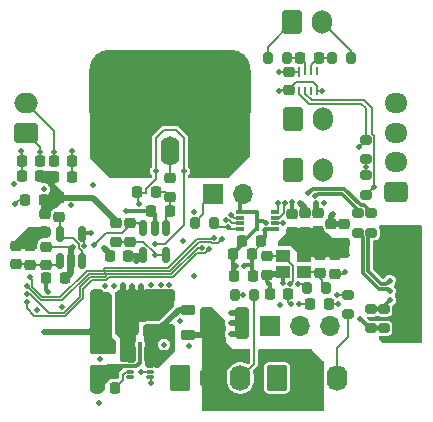
<source format=gbl>
G04 #@! TF.GenerationSoftware,KiCad,Pcbnew,(6.0.7)*
G04 #@! TF.CreationDate,2022-10-27T11:54:22+02:00*
G04 #@! TF.ProjectId,sensorNode,73656e73-6f72-44e6-9f64-652e6b696361,rev?*
G04 #@! TF.SameCoordinates,Original*
G04 #@! TF.FileFunction,Copper,L4,Bot*
G04 #@! TF.FilePolarity,Positive*
%FSLAX46Y46*%
G04 Gerber Fmt 4.6, Leading zero omitted, Abs format (unit mm)*
G04 Created by KiCad (PCBNEW (6.0.7)) date 2022-10-27 11:54:22*
%MOMM*%
%LPD*%
G01*
G04 APERTURE LIST*
G04 Aperture macros list*
%AMRoundRect*
0 Rectangle with rounded corners*
0 $1 Rounding radius*
0 $2 $3 $4 $5 $6 $7 $8 $9 X,Y pos of 4 corners*
0 Add a 4 corners polygon primitive as box body*
4,1,4,$2,$3,$4,$5,$6,$7,$8,$9,$2,$3,0*
0 Add four circle primitives for the rounded corners*
1,1,$1+$1,$2,$3*
1,1,$1+$1,$4,$5*
1,1,$1+$1,$6,$7*
1,1,$1+$1,$8,$9*
0 Add four rect primitives between the rounded corners*
20,1,$1+$1,$2,$3,$4,$5,0*
20,1,$1+$1,$4,$5,$6,$7,0*
20,1,$1+$1,$6,$7,$8,$9,0*
20,1,$1+$1,$8,$9,$2,$3,0*%
G04 Aperture macros list end*
G04 #@! TA.AperFunction,ComponentPad*
%ADD10R,1.700000X1.700000*%
G04 #@! TD*
G04 #@! TA.AperFunction,ComponentPad*
%ADD11O,1.700000X1.700000*%
G04 #@! TD*
G04 #@! TA.AperFunction,ComponentPad*
%ADD12RoundRect,0.250000X-0.600000X-0.750000X0.600000X-0.750000X0.600000X0.750000X-0.600000X0.750000X0*%
G04 #@! TD*
G04 #@! TA.AperFunction,ComponentPad*
%ADD13O,1.700000X2.000000*%
G04 #@! TD*
G04 #@! TA.AperFunction,ComponentPad*
%ADD14RoundRect,0.250000X-0.620000X-0.845000X0.620000X-0.845000X0.620000X0.845000X-0.620000X0.845000X0*%
G04 #@! TD*
G04 #@! TA.AperFunction,ComponentPad*
%ADD15O,1.740000X2.190000*%
G04 #@! TD*
G04 #@! TA.AperFunction,ComponentPad*
%ADD16RoundRect,0.250000X0.750000X-0.600000X0.750000X0.600000X-0.750000X0.600000X-0.750000X-0.600000X0*%
G04 #@! TD*
G04 #@! TA.AperFunction,ComponentPad*
%ADD17O,2.000000X1.700000*%
G04 #@! TD*
G04 #@! TA.AperFunction,ComponentPad*
%ADD18O,1.600000X2.500000*%
G04 #@! TD*
G04 #@! TA.AperFunction,ComponentPad*
%ADD19O,3.500000X7.000000*%
G04 #@! TD*
G04 #@! TA.AperFunction,ComponentPad*
%ADD20O,1.900000X1.050000*%
G04 #@! TD*
G04 #@! TA.AperFunction,ComponentPad*
%ADD21RoundRect,0.250000X0.725000X-0.600000X0.725000X0.600000X-0.725000X0.600000X-0.725000X-0.600000X0*%
G04 #@! TD*
G04 #@! TA.AperFunction,ComponentPad*
%ADD22O,1.950000X1.700000*%
G04 #@! TD*
G04 #@! TA.AperFunction,SMDPad,CuDef*
%ADD23RoundRect,0.218750X-0.256250X0.218750X-0.256250X-0.218750X0.256250X-0.218750X0.256250X0.218750X0*%
G04 #@! TD*
G04 #@! TA.AperFunction,SMDPad,CuDef*
%ADD24RoundRect,0.200000X0.200000X0.275000X-0.200000X0.275000X-0.200000X-0.275000X0.200000X-0.275000X0*%
G04 #@! TD*
G04 #@! TA.AperFunction,SMDPad,CuDef*
%ADD25RoundRect,0.218750X0.218750X0.256250X-0.218750X0.256250X-0.218750X-0.256250X0.218750X-0.256250X0*%
G04 #@! TD*
G04 #@! TA.AperFunction,SMDPad,CuDef*
%ADD26RoundRect,0.225000X-0.250000X0.225000X-0.250000X-0.225000X0.250000X-0.225000X0.250000X0.225000X0*%
G04 #@! TD*
G04 #@! TA.AperFunction,SMDPad,CuDef*
%ADD27RoundRect,0.225000X0.225000X0.250000X-0.225000X0.250000X-0.225000X-0.250000X0.225000X-0.250000X0*%
G04 #@! TD*
G04 #@! TA.AperFunction,SMDPad,CuDef*
%ADD28R,1.150000X1.000000*%
G04 #@! TD*
G04 #@! TA.AperFunction,SMDPad,CuDef*
%ADD29RoundRect,0.200000X0.275000X-0.200000X0.275000X0.200000X-0.275000X0.200000X-0.275000X-0.200000X0*%
G04 #@! TD*
G04 #@! TA.AperFunction,SMDPad,CuDef*
%ADD30RoundRect,0.200000X0.200000X0.525000X-0.200000X0.525000X-0.200000X-0.525000X0.200000X-0.525000X0*%
G04 #@! TD*
G04 #@! TA.AperFunction,SMDPad,CuDef*
%ADD31RoundRect,0.075000X0.225000X0.075000X-0.225000X0.075000X-0.225000X-0.075000X0.225000X-0.075000X0*%
G04 #@! TD*
G04 #@! TA.AperFunction,SMDPad,CuDef*
%ADD32RoundRect,0.075000X0.075000X0.787500X-0.075000X0.787500X-0.075000X-0.787500X0.075000X-0.787500X0*%
G04 #@! TD*
G04 #@! TA.AperFunction,SMDPad,CuDef*
%ADD33RoundRect,0.200000X-0.200000X-0.275000X0.200000X-0.275000X0.200000X0.275000X-0.200000X0.275000X0*%
G04 #@! TD*
G04 #@! TA.AperFunction,SMDPad,CuDef*
%ADD34RoundRect,0.250000X-1.100000X0.325000X-1.100000X-0.325000X1.100000X-0.325000X1.100000X0.325000X0*%
G04 #@! TD*
G04 #@! TA.AperFunction,SMDPad,CuDef*
%ADD35RoundRect,0.225000X0.250000X-0.225000X0.250000X0.225000X-0.250000X0.225000X-0.250000X-0.225000X0*%
G04 #@! TD*
G04 #@! TA.AperFunction,SMDPad,CuDef*
%ADD36RoundRect,0.218750X-0.381250X0.218750X-0.381250X-0.218750X0.381250X-0.218750X0.381250X0.218750X0*%
G04 #@! TD*
G04 #@! TA.AperFunction,SMDPad,CuDef*
%ADD37RoundRect,0.218750X-0.218750X-0.256250X0.218750X-0.256250X0.218750X0.256250X-0.218750X0.256250X0*%
G04 #@! TD*
G04 #@! TA.AperFunction,SMDPad,CuDef*
%ADD38RoundRect,0.218750X0.256250X-0.218750X0.256250X0.218750X-0.256250X0.218750X-0.256250X-0.218750X0*%
G04 #@! TD*
G04 #@! TA.AperFunction,SMDPad,CuDef*
%ADD39RoundRect,0.250000X0.325000X0.650000X-0.325000X0.650000X-0.325000X-0.650000X0.325000X-0.650000X0*%
G04 #@! TD*
G04 #@! TA.AperFunction,SMDPad,CuDef*
%ADD40RoundRect,0.225000X-0.225000X-0.250000X0.225000X-0.250000X0.225000X0.250000X-0.225000X0.250000X0*%
G04 #@! TD*
G04 #@! TA.AperFunction,SMDPad,CuDef*
%ADD41RoundRect,0.150000X0.150000X-0.512500X0.150000X0.512500X-0.150000X0.512500X-0.150000X-0.512500X0*%
G04 #@! TD*
G04 #@! TA.AperFunction,SMDPad,CuDef*
%ADD42RoundRect,0.250000X0.325000X1.100000X-0.325000X1.100000X-0.325000X-1.100000X0.325000X-1.100000X0*%
G04 #@! TD*
G04 #@! TA.AperFunction,SMDPad,CuDef*
%ADD43RoundRect,0.250000X0.850000X-0.375000X0.850000X0.375000X-0.850000X0.375000X-0.850000X-0.375000X0*%
G04 #@! TD*
G04 #@! TA.AperFunction,SMDPad,CuDef*
%ADD44RoundRect,0.150000X-0.150000X0.512500X-0.150000X-0.512500X0.150000X-0.512500X0.150000X0.512500X0*%
G04 #@! TD*
G04 #@! TA.AperFunction,SMDPad,CuDef*
%ADD45R,0.750000X0.300000*%
G04 #@! TD*
G04 #@! TA.AperFunction,SMDPad,CuDef*
%ADD46R,0.300000X1.700000*%
G04 #@! TD*
G04 #@! TA.AperFunction,SMDPad,CuDef*
%ADD47RoundRect,0.200000X-0.275000X0.200000X-0.275000X-0.200000X0.275000X-0.200000X0.275000X0.200000X0*%
G04 #@! TD*
G04 #@! TA.AperFunction,SMDPad,CuDef*
%ADD48RoundRect,0.062500X-0.062500X0.337500X-0.062500X-0.337500X0.062500X-0.337500X0.062500X0.337500X0*%
G04 #@! TD*
G04 #@! TA.AperFunction,SMDPad,CuDef*
%ADD49RoundRect,0.062500X-0.062500X0.287500X-0.062500X-0.287500X0.062500X-0.287500X0.062500X0.287500X0*%
G04 #@! TD*
G04 #@! TA.AperFunction,ViaPad*
%ADD50C,0.500000*%
G04 #@! TD*
G04 #@! TA.AperFunction,Conductor*
%ADD51C,0.127000*%
G04 #@! TD*
G04 #@! TA.AperFunction,Conductor*
%ADD52C,0.500000*%
G04 #@! TD*
G04 #@! TA.AperFunction,Conductor*
%ADD53C,0.300000*%
G04 #@! TD*
G04 #@! TA.AperFunction,Conductor*
%ADD54C,0.200000*%
G04 #@! TD*
G04 APERTURE END LIST*
D10*
X232360000Y-117500000D03*
D11*
X234900000Y-117500000D03*
X237440000Y-117500000D03*
D12*
X234250000Y-91800000D03*
D13*
X236750000Y-91800000D03*
D12*
X234350000Y-100000000D03*
D13*
X236850000Y-100000000D03*
D10*
X227550000Y-106375000D03*
D11*
X230090000Y-106375000D03*
D14*
X232960000Y-121920000D03*
D15*
X235500000Y-121920000D03*
X238040000Y-121920000D03*
D16*
X211700000Y-101150000D03*
D17*
X211700000Y-98650000D03*
D18*
X223900000Y-102700000D03*
D19*
X228980000Y-97620000D03*
D18*
X221360000Y-102700000D03*
D19*
X218820000Y-97620000D03*
D12*
X234350000Y-104300000D03*
D13*
X236850000Y-104300000D03*
D14*
X224760000Y-121920000D03*
D15*
X227300000Y-121920000D03*
X229840000Y-121920000D03*
D20*
X244000000Y-117575000D03*
X244000000Y-110425000D03*
D21*
X243000000Y-106150000D03*
D22*
X243000000Y-103650000D03*
X243000000Y-101150000D03*
X243000000Y-98650000D03*
D23*
X213400000Y-110812500D03*
X213400000Y-112387500D03*
D24*
X239225000Y-94800000D03*
X237575000Y-94800000D03*
D25*
X215612500Y-103600000D03*
X214037500Y-103600000D03*
D23*
X223882024Y-105012500D03*
X223882024Y-106587500D03*
D26*
X238650000Y-108925000D03*
X238650000Y-110475000D03*
D27*
X214975000Y-113500000D03*
X213425000Y-113500000D03*
D28*
X233450000Y-111600000D03*
X235200000Y-111600000D03*
X235200000Y-113000000D03*
X233450000Y-113000000D03*
D29*
X240900000Y-117725000D03*
X240900000Y-116075000D03*
D24*
X231025000Y-114900000D03*
X229375000Y-114900000D03*
D29*
X240950000Y-109625000D03*
X240950000Y-107975000D03*
D26*
X232125000Y-111625000D03*
X232125000Y-113175000D03*
D30*
X222100000Y-119900000D03*
D31*
X222200000Y-120950000D03*
X222200000Y-121400000D03*
X222200000Y-121850000D03*
X220500000Y-121850000D03*
X220500000Y-121400000D03*
X220500000Y-120950000D03*
D30*
X220600000Y-119900000D03*
D32*
X221350000Y-119762500D03*
D33*
X235475000Y-114300000D03*
X237125000Y-114300000D03*
D26*
X237550000Y-108925000D03*
X237550000Y-110475000D03*
D23*
X214525000Y-106687500D03*
X214525000Y-108262500D03*
D26*
X234000000Y-96025000D03*
X234000000Y-97575000D03*
D34*
X223000000Y-115025000D03*
X223000000Y-117975000D03*
D29*
X242000000Y-117725000D03*
X242000000Y-116075000D03*
D25*
X212912500Y-104800000D03*
X211337500Y-104800000D03*
D35*
X237825000Y-113100000D03*
X237825000Y-111550000D03*
D36*
X225400000Y-116137500D03*
X225400000Y-118262500D03*
D37*
X214037500Y-104900000D03*
X215612500Y-104900000D03*
D25*
X222687500Y-106200000D03*
X221112500Y-106200000D03*
D29*
X240500000Y-103425000D03*
X240500000Y-101775000D03*
D24*
X227625000Y-108800000D03*
X225975000Y-108800000D03*
D27*
X233900000Y-114800000D03*
X232350000Y-114800000D03*
D38*
X220500000Y-110387500D03*
X220500000Y-108812500D03*
D29*
X239850000Y-109625000D03*
X239850000Y-107975000D03*
D39*
X220675000Y-115350000D03*
X217725000Y-115350000D03*
X220675000Y-117450000D03*
X217725000Y-117450000D03*
D38*
X212050000Y-112337500D03*
X212050000Y-110762500D03*
D40*
X235775000Y-115700000D03*
X237325000Y-115700000D03*
D41*
X216475000Y-112000000D03*
X215525000Y-112000000D03*
X214575000Y-112000000D03*
X214575000Y-109725000D03*
X216475000Y-109725000D03*
D27*
X230800000Y-111400000D03*
X229250000Y-111400000D03*
D42*
X229975000Y-117300000D03*
X227025000Y-117300000D03*
D33*
X232175000Y-94800000D03*
X233825000Y-94800000D03*
D26*
X213325000Y-108012500D03*
X213325000Y-109562500D03*
X234225000Y-108025000D03*
X234225000Y-109575000D03*
D40*
X234925000Y-94800000D03*
X236475000Y-94800000D03*
D27*
X231575000Y-110300000D03*
X230025000Y-110300000D03*
D25*
X213187500Y-106900000D03*
X211612500Y-106900000D03*
D27*
X223857024Y-107800000D03*
X222307024Y-107800000D03*
D43*
X218200000Y-121425000D03*
X218200000Y-119275000D03*
D44*
X221632024Y-109262500D03*
X222582024Y-109262500D03*
X223532024Y-109262500D03*
X223532024Y-111537500D03*
X221632024Y-111537500D03*
D35*
X210850000Y-112312500D03*
X210850000Y-110762500D03*
D26*
X235325000Y-108000000D03*
X235325000Y-109550000D03*
D35*
X236625000Y-113075000D03*
X236625000Y-111525000D03*
D26*
X236425000Y-107975000D03*
X236425000Y-109525000D03*
D23*
X219300000Y-108812500D03*
X219300000Y-110387500D03*
D29*
X239000000Y-116525000D03*
X239000000Y-114875000D03*
D25*
X212912500Y-103600000D03*
X211337500Y-103600000D03*
D27*
X230900000Y-113300000D03*
X229350000Y-113300000D03*
D45*
X229850000Y-109350000D03*
X229850000Y-108850000D03*
X229850000Y-108350000D03*
X229850000Y-107850000D03*
X232750000Y-107850000D03*
X232750000Y-108350000D03*
X232750000Y-108850000D03*
X232750000Y-109350000D03*
D46*
X231300000Y-108600000D03*
D27*
X220375000Y-111600000D03*
X218825000Y-111600000D03*
D47*
X240500000Y-104775000D03*
X240500000Y-106425000D03*
D48*
X234850000Y-96000000D03*
D49*
X235350000Y-95950000D03*
X235850000Y-95950000D03*
X236350000Y-95950000D03*
X236350000Y-97650000D03*
X235850000Y-97650000D03*
X235350000Y-97650000D03*
X234850000Y-97650000D03*
D40*
X217725000Y-122750000D03*
X219275000Y-122750000D03*
D50*
X234047174Y-113948500D03*
X238150000Y-115700000D03*
X223400000Y-119100000D03*
X225500000Y-119200000D03*
X238900000Y-111550000D03*
X219900000Y-114100000D03*
X213600000Y-114665500D03*
X216650000Y-110750000D03*
X229050000Y-118200000D03*
X232300000Y-114000000D03*
X212400000Y-109600000D03*
X218300000Y-110900000D03*
X210714016Y-105492728D03*
X234200000Y-110500000D03*
X233200000Y-115750000D03*
X222950000Y-116100000D03*
X222900000Y-116800000D03*
X236800000Y-97600000D03*
X212650000Y-116150000D03*
X236350000Y-110650000D03*
X219500000Y-118050000D03*
X220675000Y-114123500D03*
X219500000Y-117300000D03*
X233100000Y-97600000D03*
X217200000Y-109700000D03*
X217400000Y-105600000D03*
X223600000Y-116100000D03*
X235200000Y-110500000D03*
X231998498Y-108800000D03*
X215500000Y-107300000D03*
X222300000Y-116100000D03*
X229050000Y-117300000D03*
X233425000Y-113875000D03*
X225950000Y-113300000D03*
X225000000Y-110300000D03*
X217900000Y-124050000D03*
X233300000Y-110500000D03*
X218000000Y-120350000D03*
X221450000Y-114123500D03*
X214750000Y-115950000D03*
X229500000Y-112448500D03*
X220200000Y-107800000D03*
X229050000Y-116400000D03*
X224700000Y-117100000D03*
X236900000Y-107150000D03*
X234879509Y-107100000D03*
X231900000Y-109426503D03*
X218650000Y-117400000D03*
X238700000Y-113000000D03*
X234100000Y-115700000D03*
X230200000Y-112440000D03*
X213250000Y-118050000D03*
X218650000Y-116614000D03*
X218650000Y-118250000D03*
X240500000Y-104090000D03*
X233100000Y-96000000D03*
X237700000Y-108050000D03*
X218650000Y-115750000D03*
X234800000Y-115700000D03*
X236265000Y-107155379D03*
X234254847Y-107052017D03*
X222300000Y-122400000D03*
X221450000Y-121450000D03*
X225900000Y-107900000D03*
X218409275Y-114186751D03*
X221050000Y-112050000D03*
X223850000Y-114073500D03*
X215680714Y-110825204D03*
X223100000Y-114073500D03*
X213248500Y-105950000D03*
X219150000Y-114150000D03*
X222300000Y-114073500D03*
X212912500Y-102800000D03*
X217400000Y-106700000D03*
X214037500Y-102800000D03*
X240000000Y-116900000D03*
X242546006Y-115321792D03*
X242500000Y-114600000D03*
X242500000Y-113700000D03*
X234750000Y-113950000D03*
X235600000Y-106300000D03*
X236181693Y-106532677D03*
X228800000Y-109160000D03*
X230100000Y-114900000D03*
X238000000Y-114900000D03*
X239900000Y-102350000D03*
X241200000Y-105725000D03*
X228600000Y-108550000D03*
X229050000Y-108100000D03*
X233000000Y-107100000D03*
X233626503Y-107100000D03*
X233500000Y-108800000D03*
X215600000Y-102700000D03*
X211300000Y-102700000D03*
X211800000Y-114800000D03*
X226611127Y-110894000D03*
X227232301Y-110975524D03*
X211800000Y-115500000D03*
X212000000Y-113400000D03*
X227600000Y-110100000D03*
X228300000Y-110200000D03*
X211800000Y-114173497D03*
X210800000Y-107200000D03*
X222600000Y-110600000D03*
X225100000Y-104400000D03*
X221300000Y-107200000D03*
X222700000Y-104400000D03*
X222600000Y-111500000D03*
X217500000Y-110700000D03*
D51*
X232125000Y-111625000D02*
X232150000Y-111600000D01*
X234300000Y-113695674D02*
X234300000Y-112450000D01*
X232150000Y-111600000D02*
X233450000Y-111600000D01*
X234047174Y-113948500D02*
X234300000Y-113695674D01*
X234300000Y-112450000D02*
X233450000Y-111600000D01*
D52*
X222000000Y-115500000D02*
X222475000Y-115025000D01*
D53*
X231300000Y-107850000D02*
X231300000Y-108600000D01*
D52*
X223000000Y-115500000D02*
X223000000Y-115025000D01*
D53*
X216475000Y-109725000D02*
X216500000Y-109700000D01*
D52*
X220600000Y-119900000D02*
X220600000Y-118450000D01*
D53*
X236625000Y-110925000D02*
X236350000Y-110650000D01*
D51*
X237775000Y-111600000D02*
X237825000Y-111550000D01*
D52*
X229975000Y-117300000D02*
X229050000Y-117300000D01*
D53*
X233300000Y-110500000D02*
X234225000Y-109575000D01*
X236375000Y-109575000D02*
X236425000Y-109525000D01*
X229850000Y-106615000D02*
X230090000Y-106375000D01*
D51*
X234000000Y-97500000D02*
X234000000Y-97575000D01*
D52*
X237825000Y-110750000D02*
X237550000Y-110475000D01*
X219000000Y-111600000D02*
X218300000Y-110900000D01*
X229975000Y-117300000D02*
X229950000Y-117300000D01*
X220675000Y-114175000D02*
X220675000Y-115350000D01*
D53*
X235200000Y-111600000D02*
X235200000Y-110500000D01*
D52*
X221000000Y-115025000D02*
X220675000Y-115350000D01*
D53*
X229850000Y-107850000D02*
X231300000Y-107850000D01*
D52*
X229950000Y-116400000D02*
X229050000Y-116400000D01*
D51*
X236750000Y-97650000D02*
X236800000Y-97600000D01*
X233100000Y-97600000D02*
X233125000Y-97575000D01*
D54*
X213325000Y-109562500D02*
X212437500Y-109562500D01*
D53*
X213425000Y-114490500D02*
X213600000Y-114665500D01*
X230025000Y-110625000D02*
X229250000Y-111400000D01*
D52*
X219900000Y-114575000D02*
X220675000Y-115350000D01*
D53*
X233275000Y-113175000D02*
X233450000Y-113000000D01*
X232350000Y-114050000D02*
X232300000Y-114000000D01*
X231798498Y-108600000D02*
X231300000Y-108600000D01*
D52*
X219900000Y-114100000D02*
X219900000Y-114575000D01*
X219650000Y-117450000D02*
X220675000Y-117450000D01*
D53*
X222582024Y-108075000D02*
X222307024Y-107800000D01*
X232125000Y-113175000D02*
X233275000Y-113175000D01*
D52*
X229950000Y-117300000D02*
X229950000Y-116400000D01*
D53*
X216500000Y-109700000D02*
X217200000Y-109700000D01*
D52*
X220650000Y-114150000D02*
X220675000Y-114175000D01*
D53*
X236625000Y-111525000D02*
X236625000Y-110925000D01*
D52*
X229950000Y-117300000D02*
X229950000Y-118200000D01*
D51*
X235200000Y-111600000D02*
X237775000Y-111600000D01*
D53*
X229250000Y-113200000D02*
X229350000Y-113300000D01*
D52*
X220600000Y-118450000D02*
X220600000Y-117525000D01*
D53*
X232125000Y-113825000D02*
X232300000Y-114000000D01*
D52*
X220600000Y-117525000D02*
X220675000Y-117450000D01*
D53*
X233425000Y-113875000D02*
X233425000Y-113025000D01*
X233425000Y-113025000D02*
X233450000Y-113000000D01*
D52*
X219500000Y-117300000D02*
X219650000Y-117450000D01*
X229950000Y-118200000D02*
X229050000Y-118200000D01*
X221425000Y-114148500D02*
X221425000Y-115025000D01*
D51*
X216650000Y-109900000D02*
X216475000Y-109725000D01*
D53*
X222307024Y-107800000D02*
X220200000Y-107800000D01*
D51*
X232300000Y-113000000D02*
X233450000Y-113000000D01*
D53*
X234225000Y-109575000D02*
X236375000Y-109575000D01*
D52*
X222000000Y-115800000D02*
X222000000Y-115500000D01*
D53*
X229350000Y-112598500D02*
X229500000Y-112448500D01*
X232125000Y-113175000D02*
X232125000Y-113825000D01*
D52*
X223000000Y-115025000D02*
X221425000Y-115025000D01*
D53*
X234225000Y-110475000D02*
X234225000Y-109575000D01*
X234200000Y-110500000D02*
X234225000Y-110475000D01*
D51*
X236350000Y-97650000D02*
X236750000Y-97650000D01*
X232125000Y-113175000D02*
X232300000Y-113000000D01*
D53*
X236350000Y-110650000D02*
X236425000Y-110575000D01*
X229350000Y-113300000D02*
X229350000Y-112598500D01*
X229850000Y-107850000D02*
X229850000Y-106615000D01*
X235250000Y-111550000D02*
X235200000Y-111600000D01*
X213425000Y-113500000D02*
X213425000Y-114490500D01*
X231300000Y-109200000D02*
X231300000Y-108600000D01*
D51*
X237325000Y-115700000D02*
X238150000Y-115700000D01*
X236000000Y-96900000D02*
X234600000Y-96900000D01*
D53*
X230200000Y-110300000D02*
X231300000Y-109200000D01*
D51*
X234600000Y-96900000D02*
X234000000Y-97500000D01*
D53*
X230025000Y-110300000D02*
X230025000Y-110625000D01*
D52*
X220675000Y-116425000D02*
X220675000Y-115350000D01*
X220675000Y-114125000D02*
X220650000Y-114150000D01*
X220675000Y-117450000D02*
X220675000Y-116425000D01*
X237825000Y-111550000D02*
X237825000Y-110750000D01*
X223000000Y-116050000D02*
X222950000Y-116100000D01*
D53*
X222582024Y-109262500D02*
X222582024Y-108075000D01*
D52*
X237825000Y-111550000D02*
X238900000Y-111550000D01*
D53*
X231998498Y-108800000D02*
X231798498Y-108600000D01*
D54*
X212437500Y-109562500D02*
X212400000Y-109600000D01*
D53*
X230025000Y-110300000D02*
X230200000Y-110300000D01*
X236425000Y-110575000D02*
X236425000Y-109525000D01*
D52*
X222475000Y-115025000D02*
X223000000Y-115025000D01*
D53*
X232350000Y-114800000D02*
X232350000Y-114050000D01*
D52*
X219500000Y-118050000D02*
X219900000Y-118450000D01*
X221425000Y-115025000D02*
X221000000Y-115025000D01*
D51*
X216650000Y-110750000D02*
X216650000Y-109900000D01*
X236350000Y-97650000D02*
X236350000Y-97250000D01*
D52*
X238650000Y-110475000D02*
X237550000Y-110475000D01*
X223600000Y-116100000D02*
X223000000Y-115500000D01*
D51*
X236350000Y-97250000D02*
X236000000Y-96900000D01*
D52*
X221450000Y-114123500D02*
X221425000Y-114148500D01*
D53*
X229250000Y-112198500D02*
X229500000Y-112448500D01*
D52*
X222300000Y-116100000D02*
X222000000Y-115800000D01*
D53*
X229250000Y-111400000D02*
X229250000Y-113200000D01*
X229250000Y-111400000D02*
X229250000Y-112198500D01*
D52*
X223000000Y-115025000D02*
X223000000Y-116050000D01*
X220675000Y-114123500D02*
X220675000Y-114125000D01*
D51*
X233125000Y-97575000D02*
X234000000Y-97575000D01*
D52*
X219900000Y-118450000D02*
X220600000Y-118450000D01*
D53*
X237825000Y-111550000D02*
X235250000Y-111550000D01*
D51*
X236800000Y-113650000D02*
X236800000Y-113975000D01*
X236800000Y-113975000D02*
X236950000Y-114125000D01*
X236550000Y-113000000D02*
X236625000Y-113075000D01*
X236625000Y-113475000D02*
X236800000Y-113650000D01*
X235200000Y-113000000D02*
X236550000Y-113000000D01*
X236625000Y-113075000D02*
X236625000Y-113475000D01*
D53*
X230800000Y-111400000D02*
X230800000Y-112400000D01*
X231976503Y-109350000D02*
X231900000Y-109426503D01*
D52*
X238650000Y-108925000D02*
X237550000Y-108925000D01*
D51*
X234000000Y-96025000D02*
X234825000Y-96025000D01*
D52*
X217725000Y-117450000D02*
X217725000Y-116475000D01*
X218650000Y-115750000D02*
X218250000Y-115350000D01*
D51*
X232473497Y-109426503D02*
X232550000Y-109350000D01*
D52*
X217725000Y-116475000D02*
X218511000Y-116475000D01*
X213250000Y-118050000D02*
X217125000Y-118050000D01*
D51*
X240500000Y-103425000D02*
X240500000Y-104090000D01*
D52*
X235325000Y-107545491D02*
X235325000Y-107675000D01*
D51*
X234100000Y-115700000D02*
X233900000Y-115500000D01*
D53*
X230200000Y-112440000D02*
X230240000Y-112400000D01*
D51*
X233900000Y-115500000D02*
X233900000Y-114800000D01*
D52*
X217725000Y-116475000D02*
X217725000Y-115350000D01*
X217725000Y-118800000D02*
X218200000Y-119275000D01*
X217125000Y-118050000D02*
X217725000Y-117450000D01*
X237550000Y-108200000D02*
X237700000Y-108050000D01*
D51*
X240500000Y-104775000D02*
X240500000Y-104090000D01*
X231900000Y-109426503D02*
X232473497Y-109426503D01*
X230800000Y-111400000D02*
X231575000Y-110625000D01*
D53*
X230800000Y-112400000D02*
X230800000Y-113200000D01*
D52*
X217725000Y-117450000D02*
X218600000Y-117450000D01*
D51*
X235325000Y-107675000D02*
X235325000Y-108000000D01*
D52*
X217725000Y-117450000D02*
X217725000Y-118425000D01*
X218250000Y-115350000D02*
X217725000Y-115350000D01*
X218511000Y-116475000D02*
X218650000Y-116614000D01*
D51*
X231575000Y-110625000D02*
X231575000Y-110300000D01*
X234000000Y-96025000D02*
X233125000Y-96025000D01*
X238600000Y-113100000D02*
X238700000Y-113000000D01*
D52*
X217725000Y-118425000D02*
X218475000Y-118425000D01*
D51*
X233125000Y-96025000D02*
X233100000Y-96000000D01*
D52*
X237550000Y-108925000D02*
X237550000Y-108200000D01*
X234879509Y-107100000D02*
X235325000Y-107545491D01*
D53*
X230240000Y-112400000D02*
X230800000Y-112400000D01*
X231900000Y-109975000D02*
X231575000Y-110300000D01*
D51*
X230900000Y-113300000D02*
X230900000Y-113140000D01*
D53*
X232750000Y-109350000D02*
X231976503Y-109350000D01*
D52*
X218475000Y-118425000D02*
X218650000Y-118250000D01*
D51*
X237825000Y-113100000D02*
X238600000Y-113100000D01*
D52*
X218600000Y-117450000D02*
X218650000Y-117400000D01*
D51*
X234825000Y-96025000D02*
X234850000Y-96000000D01*
D52*
X217725000Y-118425000D02*
X217725000Y-118800000D01*
D53*
X231900000Y-109426503D02*
X231900000Y-109975000D01*
X230800000Y-113200000D02*
X230900000Y-113300000D01*
D52*
X227025000Y-118262500D02*
X227025000Y-117300000D01*
X225400000Y-118262500D02*
X227025000Y-118262500D01*
X223000000Y-117800000D02*
X224662500Y-116137500D01*
X223000000Y-117975000D02*
X223000000Y-117800000D01*
X224662500Y-116137500D02*
X225400000Y-116137500D01*
D51*
X234800000Y-115700000D02*
X235550000Y-115700000D01*
D53*
X234254847Y-107995153D02*
X234225000Y-108025000D01*
X234254847Y-107052017D02*
X234254847Y-107995153D01*
D51*
X236265000Y-107815000D02*
X236425000Y-107975000D01*
D52*
X236265000Y-107155379D02*
X236265000Y-107815000D01*
D53*
X218675000Y-120950000D02*
X218200000Y-121425000D01*
X221050000Y-120950000D02*
X220500000Y-120950000D01*
X221350000Y-119762500D02*
X221350000Y-120650000D01*
X221350000Y-120650000D02*
X221050000Y-120950000D01*
D54*
X217725000Y-121900000D02*
X218200000Y-121425000D01*
X217725000Y-122750000D02*
X217725000Y-121900000D01*
D53*
X220500000Y-120950000D02*
X218675000Y-120950000D01*
D54*
X220500000Y-121400000D02*
X220150000Y-121400000D01*
X220150000Y-121400000D02*
X219900000Y-121650000D01*
X219900000Y-121650000D02*
X219900000Y-122125000D01*
X219900000Y-122125000D02*
X219275000Y-122750000D01*
D51*
X222300000Y-122400000D02*
X222300000Y-121950000D01*
X222300000Y-121950000D02*
X222200000Y-121850000D01*
X221500000Y-121400000D02*
X221450000Y-121450000D01*
X222200000Y-121400000D02*
X221500000Y-121400000D01*
D52*
X221100000Y-111600000D02*
X221100000Y-112000000D01*
X221100000Y-112000000D02*
X221050000Y-112050000D01*
D51*
X221569524Y-111600000D02*
X221632024Y-111537500D01*
D52*
X215525000Y-110980918D02*
X215680714Y-110825204D01*
X215525000Y-113025000D02*
X215525000Y-112000000D01*
X220575000Y-111600000D02*
X221100000Y-111600000D01*
D51*
X215300000Y-112225000D02*
X215300000Y-113250000D01*
X215643418Y-110862500D02*
X215680714Y-110825204D01*
X215300000Y-113250000D02*
X215087500Y-113462500D01*
D52*
X215087500Y-113462500D02*
X215525000Y-113025000D01*
X215525000Y-112000000D02*
X215525000Y-110980918D01*
X221100000Y-111600000D02*
X221569524Y-111600000D01*
D51*
X215525000Y-112000000D02*
X215300000Y-112225000D01*
X213400000Y-110862500D02*
X215643418Y-110862500D01*
X213400000Y-112337500D02*
X213425000Y-112362500D01*
X210850000Y-112312500D02*
X212025000Y-112312500D01*
X212025000Y-112312500D02*
X212050000Y-112337500D01*
X212225000Y-112337500D02*
X213400000Y-112337500D01*
X214212500Y-112362500D02*
X214575000Y-112000000D01*
X213425000Y-112362500D02*
X214212500Y-112362500D01*
X212912500Y-103600000D02*
X212912500Y-102800000D01*
X212912500Y-102362500D02*
X211700000Y-101150000D01*
X212912500Y-102800000D02*
X212912500Y-102362500D01*
D52*
X219300000Y-108812500D02*
X219300000Y-108600000D01*
D54*
X213325000Y-107887500D02*
X214525000Y-106687500D01*
X213325000Y-108012500D02*
X213325000Y-107887500D01*
D52*
X219300000Y-108600000D02*
X217373000Y-106673000D01*
D54*
X214037500Y-106200000D02*
X214525000Y-106687500D01*
D52*
X214539500Y-106673000D02*
X214525000Y-106687500D01*
D51*
X212912500Y-104800000D02*
X213937500Y-104800000D01*
D54*
X214037500Y-104900000D02*
X214037500Y-106200000D01*
D51*
X213325000Y-107037500D02*
X213187500Y-106900000D01*
D52*
X217373000Y-106673000D02*
X214539500Y-106673000D01*
D51*
X213937500Y-104800000D02*
X214037500Y-104900000D01*
X213325000Y-108012500D02*
X213325000Y-107037500D01*
X214037500Y-102800000D02*
X214037500Y-100987500D01*
X214037500Y-100987500D02*
X211700000Y-98650000D01*
X214037500Y-102800000D02*
X214037500Y-103600000D01*
X223494524Y-106200000D02*
X223882024Y-106587500D01*
X223532024Y-108125000D02*
X223857024Y-107800000D01*
X223857024Y-107800000D02*
X223857024Y-106612500D01*
X223857024Y-106612500D02*
X223882024Y-106587500D01*
X223087500Y-106200000D02*
X223494524Y-106200000D01*
X223532024Y-109262500D02*
X223532024Y-108125000D01*
X233825000Y-94800000D02*
X234925000Y-94800000D01*
X235350000Y-95225000D02*
X234925000Y-94800000D01*
X235350000Y-95950000D02*
X235350000Y-95225000D01*
X235850000Y-95950000D02*
X235850000Y-95425000D01*
X235850000Y-95425000D02*
X236475000Y-94800000D01*
X236475000Y-94800000D02*
X237575000Y-94800000D01*
D53*
X240825000Y-117725000D02*
X240000000Y-116900000D01*
X240900000Y-117725000D02*
X240825000Y-117725000D01*
X242000000Y-117725000D02*
X240900000Y-117725000D01*
X240900000Y-116075000D02*
X242000000Y-116075000D01*
X242546006Y-115321792D02*
X241967798Y-115900000D01*
X242500000Y-114600000D02*
X242327000Y-114427000D01*
X240223000Y-109998000D02*
X239850000Y-109625000D01*
X242327000Y-114427000D02*
X241623130Y-114427000D01*
X241623130Y-114427000D02*
X240223000Y-113026869D01*
X240223000Y-113026869D02*
X240223000Y-109998000D01*
X241800000Y-114000000D02*
X242200000Y-114000000D01*
X242200000Y-114000000D02*
X242500000Y-113700000D01*
X240950000Y-109625000D02*
X240650000Y-109925000D01*
X240650000Y-112850000D02*
X241800000Y-114000000D01*
X240650000Y-109925000D02*
X240650000Y-112850000D01*
D51*
X227550000Y-106375000D02*
X226700000Y-107225000D01*
X226700000Y-108075000D02*
X225975000Y-108800000D01*
X226700000Y-107225000D02*
X226700000Y-108075000D01*
X231025000Y-114900000D02*
X231025000Y-120735000D01*
X231025000Y-120735000D02*
X229840000Y-121920000D01*
X238040000Y-119385000D02*
X238040000Y-121920000D01*
X239000000Y-118425000D02*
X238962500Y-118462500D01*
X238040000Y-119385000D02*
X238962500Y-118462500D01*
X239000000Y-116525000D02*
X239000000Y-118425000D01*
X223882024Y-105012500D02*
X223900000Y-104994524D01*
X223900000Y-104994524D02*
X223900000Y-102700000D01*
X234750000Y-113950000D02*
X235050000Y-113950000D01*
X235050000Y-113950000D02*
X235300000Y-114200000D01*
D53*
X240602000Y-107577420D02*
X240322580Y-107298000D01*
X240048000Y-107298000D02*
X238650000Y-105900000D01*
X240950000Y-107975000D02*
X240602000Y-107627000D01*
X236000000Y-105900000D02*
X235600000Y-106300000D01*
X240322580Y-107298000D02*
X240048000Y-107298000D01*
X238650000Y-105900000D02*
X236000000Y-105900000D01*
X240602000Y-107627000D02*
X240602000Y-107577420D01*
X236181693Y-106532677D02*
X236387370Y-106327000D01*
X239850000Y-107703870D02*
X239850000Y-107975000D01*
X238473130Y-106327000D02*
X239850000Y-107703870D01*
X236387370Y-106327000D02*
X238473130Y-106327000D01*
D51*
X227985000Y-109160000D02*
X227625000Y-108800000D01*
X229650000Y-109350000D02*
X228990000Y-109350000D01*
X228800000Y-109160000D02*
X227985000Y-109160000D01*
X228990000Y-109350000D02*
X228800000Y-109160000D01*
X230100000Y-114900000D02*
X229375000Y-114900000D01*
X239000000Y-114875000D02*
X238025000Y-114875000D01*
X238025000Y-114875000D02*
X238000000Y-114900000D01*
X235692204Y-98700000D02*
X234850000Y-97857796D01*
X240500000Y-99100000D02*
X240100000Y-98700000D01*
X240100000Y-98700000D02*
X235692204Y-98700000D01*
X239900000Y-102350000D02*
X239925000Y-102350000D01*
X234850000Y-97857796D02*
X234850000Y-97650000D01*
X240500000Y-101775000D02*
X240500000Y-99100000D01*
X239925000Y-102350000D02*
X240500000Y-101775000D01*
X241200000Y-105725000D02*
X241200000Y-101447750D01*
X240300000Y-98400000D02*
X235892204Y-98400000D01*
X235892204Y-98400000D02*
X235350000Y-97857796D01*
X241000000Y-99100000D02*
X240300000Y-98400000D01*
X241000000Y-101247750D02*
X241000000Y-99100000D01*
X240500000Y-106425000D02*
X241200000Y-105725000D01*
X241200000Y-101447750D02*
X241000000Y-101247750D01*
X235350000Y-97857796D02*
X235350000Y-97650000D01*
X232175000Y-93875000D02*
X234250000Y-91800000D01*
X232175000Y-94800000D02*
X232175000Y-93875000D01*
X239225000Y-94275000D02*
X236750000Y-91800000D01*
X239225000Y-94800000D02*
X239225000Y-94275000D01*
X228600000Y-108550000D02*
X228848000Y-108550000D01*
X228848000Y-108550000D02*
X229148000Y-108850000D01*
X229148000Y-108850000D02*
X229650000Y-108850000D01*
X229300000Y-108350000D02*
X229650000Y-108350000D01*
X229050000Y-108100000D02*
X229300000Y-108350000D01*
X232850000Y-107850000D02*
X233000000Y-107700000D01*
X233000000Y-107700000D02*
X233000000Y-107100000D01*
X233559500Y-107940500D02*
X233150000Y-108350000D01*
X233150000Y-108350000D02*
X232550000Y-108350000D01*
X233559500Y-107167003D02*
X233559500Y-107940500D01*
X233626503Y-107100000D02*
X233559500Y-107167003D01*
X233102000Y-108800000D02*
X233052000Y-108850000D01*
X233500000Y-108800000D02*
X233102000Y-108800000D01*
X233052000Y-108850000D02*
X232550000Y-108850000D01*
X215612500Y-103600000D02*
X215612500Y-102712500D01*
X215612500Y-103600000D02*
X215612500Y-104900000D01*
X215612500Y-102712500D02*
X215600000Y-102700000D01*
X211337500Y-102737500D02*
X211300000Y-102700000D01*
X211337500Y-103600000D02*
X211337500Y-102737500D01*
X211337500Y-103600000D02*
X211337500Y-104800000D01*
X217110710Y-113348500D02*
X218392882Y-113348500D01*
X218392882Y-113348500D02*
X218583382Y-113158000D01*
X226265210Y-110894000D02*
X226611127Y-110894000D01*
X216246000Y-114213210D02*
X217110710Y-113348500D01*
X224001210Y-113158000D02*
X226265210Y-110894000D01*
X212067293Y-114800000D02*
X213657793Y-116390500D01*
X216246000Y-115076962D02*
X216246000Y-114213210D01*
X211800000Y-114800000D02*
X212067293Y-114800000D01*
X214932462Y-116390500D02*
X216246000Y-115076962D01*
X213657793Y-116390500D02*
X214932462Y-116390500D01*
X218583382Y-113158000D02*
X224001210Y-113158000D01*
X211800000Y-116050000D02*
X211800000Y-115500000D01*
X217297500Y-113602500D02*
X216500000Y-114400000D01*
X216500000Y-115182172D02*
X215032172Y-116650000D01*
X218688592Y-113412000D02*
X218498092Y-113602500D01*
X218498092Y-113602500D02*
X217297500Y-113602500D01*
X226183920Y-111334500D02*
X224106420Y-113412000D01*
X226873325Y-111334500D02*
X226183920Y-111334500D01*
X216500000Y-114400000D02*
X216500000Y-115182172D01*
X212400000Y-116650000D02*
X211800000Y-116050000D01*
X227232301Y-110975524D02*
X226873325Y-111334500D01*
X215032172Y-116650000D02*
X212400000Y-116650000D01*
X224106420Y-113412000D02*
X218688592Y-113412000D01*
X218372962Y-112650000D02*
X218182462Y-112840500D01*
X226200000Y-110200000D02*
X223750000Y-112650000D01*
X227500000Y-110200000D02*
X226200000Y-110200000D01*
X223750000Y-112650000D02*
X218372962Y-112650000D01*
X227600000Y-110100000D02*
X227500000Y-110200000D01*
X213091213Y-115105500D02*
X212240500Y-114254787D01*
X214594500Y-115105500D02*
X213091213Y-115105500D01*
X216859500Y-112840500D02*
X214594500Y-115105500D01*
X212240500Y-114254787D02*
X212240500Y-113640500D01*
X212240500Y-113640500D02*
X212000000Y-113400000D01*
X218182462Y-112840500D02*
X216859500Y-112840500D01*
X217005500Y-113094500D02*
X218287672Y-113094500D01*
X214740500Y-115359500D02*
X217005500Y-113094500D01*
X227959500Y-110540500D02*
X227417538Y-110540500D01*
X228300000Y-110200000D02*
X227959500Y-110540500D01*
X218478172Y-112904000D02*
X218287672Y-113094500D01*
X226346000Y-110454000D02*
X223896000Y-112904000D01*
X212986003Y-115359500D02*
X214740500Y-115359500D01*
X211800000Y-114173497D02*
X212986003Y-115359500D01*
X223896000Y-112904000D02*
X218478172Y-112904000D01*
X227417538Y-110540500D02*
X227331038Y-110454000D01*
X227331038Y-110454000D02*
X226346000Y-110454000D01*
X216209500Y-110932462D02*
X216209500Y-110603540D01*
X214575000Y-108312500D02*
X214525000Y-108262500D01*
X215680960Y-110075000D02*
X214925000Y-110075000D01*
X214575000Y-109725000D02*
X214575000Y-108312500D01*
X216475000Y-111190500D02*
X216467538Y-111190500D01*
X216467538Y-111190500D02*
X216209500Y-110932462D01*
X216209500Y-110603540D02*
X215680960Y-110075000D01*
X214925000Y-110075000D02*
X214575000Y-109725000D01*
X216475000Y-112000000D02*
X216475000Y-111190500D01*
X211612500Y-106900000D02*
X211100000Y-106900000D01*
X211100000Y-106900000D02*
X210800000Y-107200000D01*
X224400000Y-100900000D02*
X225100000Y-101600000D01*
X221300000Y-107200000D02*
X221200000Y-107100000D01*
X222700000Y-105100000D02*
X222700000Y-101600000D01*
X222700000Y-101600000D02*
X223400000Y-100900000D01*
X221200000Y-107100000D02*
X221200000Y-106287500D01*
X225100000Y-109000000D02*
X223500000Y-110600000D01*
X221900000Y-105900000D02*
X221900000Y-106300000D01*
X221900000Y-106300000D02*
X221212500Y-106300000D01*
X223400000Y-100900000D02*
X224400000Y-100900000D01*
X221212500Y-106300000D02*
X221112500Y-106200000D01*
X222700000Y-105100000D02*
X221900000Y-105900000D01*
X221200000Y-106287500D02*
X221112500Y-106200000D01*
X223500000Y-110600000D02*
X222600000Y-110600000D01*
X225100000Y-104400000D02*
X225100000Y-109000000D01*
X225100000Y-101600000D02*
X225100000Y-104400000D01*
X220582024Y-110387500D02*
X219300000Y-110387500D01*
X222600000Y-111500000D02*
X222600000Y-111361436D01*
X223532024Y-111537500D02*
X222637500Y-111537500D01*
X222637500Y-111537500D02*
X222600000Y-111500000D01*
X222600000Y-111361436D02*
X221626064Y-110387500D01*
X221626064Y-110387500D02*
X220582024Y-110387500D01*
X220500000Y-108812500D02*
X220500000Y-109000000D01*
X220500000Y-109000000D02*
X219800000Y-109700000D01*
X218500000Y-109700000D02*
X217500000Y-110700000D01*
X219800000Y-109700000D02*
X218500000Y-109700000D01*
X220582024Y-108812500D02*
X221182024Y-108812500D01*
X221182024Y-108812500D02*
X221632024Y-109262500D01*
G04 #@! TA.AperFunction,Conductor*
G36*
X236787411Y-109220002D02*
G01*
X236833904Y-109273658D01*
X236837272Y-109281772D01*
X236875083Y-109382635D01*
X236880463Y-109389814D01*
X236880465Y-109389817D01*
X236945473Y-109476555D01*
X236957456Y-109492544D01*
X236964633Y-109497923D01*
X237060183Y-109569535D01*
X237060186Y-109569537D01*
X237067365Y-109574917D01*
X237075769Y-109578067D01*
X237075770Y-109578068D01*
X237188581Y-109620358D01*
X237188582Y-109620358D01*
X237195976Y-109623130D01*
X237197929Y-109623342D01*
X237255503Y-109655503D01*
X237650000Y-110050000D01*
X238924000Y-110050000D01*
X238992121Y-110070002D01*
X239038614Y-110123658D01*
X239050000Y-110176000D01*
X239050000Y-111472454D01*
X239029998Y-111540575D01*
X238976342Y-111587068D01*
X238922465Y-111598445D01*
X237329486Y-111579018D01*
X235001288Y-111550625D01*
X234933416Y-111529793D01*
X234913729Y-111513729D01*
X234150000Y-110750000D01*
X233126000Y-110750000D01*
X233057879Y-110729998D01*
X233011386Y-110676342D01*
X233000000Y-110624000D01*
X233000000Y-110452190D01*
X233020002Y-110384069D01*
X233036905Y-110363095D01*
X233850000Y-109550000D01*
X233850000Y-109326000D01*
X233870002Y-109257879D01*
X233923658Y-109211386D01*
X233976000Y-109200000D01*
X236719290Y-109200000D01*
X236787411Y-109220002D01*
G37*
G04 #@! TD.AperFunction*
G04 #@! TA.AperFunction,Conductor*
G36*
X227515931Y-116020002D02*
G01*
X227536905Y-116036905D01*
X228530766Y-117030766D01*
X228564792Y-117093078D01*
X228562403Y-117150955D01*
X228562583Y-117150983D01*
X228561203Y-117159846D01*
X228558081Y-117179897D01*
X228554298Y-117196615D01*
X228545910Y-117224663D01*
X228545855Y-117233636D01*
X228545855Y-117233638D01*
X228545755Y-117250064D01*
X228544257Y-117268680D01*
X228541731Y-117284900D01*
X228541731Y-117284904D01*
X228540350Y-117293773D01*
X228544145Y-117322798D01*
X228545207Y-117339893D01*
X228545028Y-117369173D01*
X228547495Y-117377804D01*
X228547495Y-117377806D01*
X228552008Y-117393597D01*
X228555795Y-117411883D01*
X228559088Y-117437065D01*
X228562702Y-117445279D01*
X228562704Y-117445285D01*
X228570874Y-117463852D01*
X228576694Y-117479974D01*
X228582270Y-117499485D01*
X228582273Y-117499491D01*
X228584739Y-117508121D01*
X228589124Y-117515071D01*
X228600000Y-117566017D01*
X228600000Y-117934092D01*
X228589170Y-117983352D01*
X228587317Y-117986210D01*
X228584746Y-117994808D01*
X228580038Y-118010549D01*
X228573379Y-118027987D01*
X228562583Y-118050982D01*
X228561203Y-118059848D01*
X228561202Y-118059850D01*
X228558081Y-118079897D01*
X228554298Y-118096615D01*
X228545910Y-118124663D01*
X228545855Y-118133636D01*
X228545855Y-118133638D01*
X228545755Y-118150064D01*
X228544257Y-118168680D01*
X228541731Y-118184900D01*
X228541731Y-118184904D01*
X228540350Y-118193773D01*
X228544145Y-118222798D01*
X228545207Y-118239893D01*
X228545028Y-118269173D01*
X228547495Y-118277804D01*
X228547495Y-118277806D01*
X228552008Y-118293597D01*
X228555795Y-118311883D01*
X228559088Y-118337065D01*
X228562702Y-118345279D01*
X228562704Y-118345285D01*
X228570874Y-118363852D01*
X228576694Y-118379974D01*
X228582270Y-118399485D01*
X228582273Y-118399491D01*
X228584739Y-118408121D01*
X228589124Y-118415071D01*
X228600000Y-118466017D01*
X228600000Y-118900000D01*
X229200000Y-119500000D01*
X230581000Y-119500000D01*
X230649121Y-119520002D01*
X230695614Y-119573658D01*
X230707000Y-119626000D01*
X230707000Y-120551090D01*
X230686998Y-120619211D01*
X230670095Y-120640185D01*
X230589071Y-120721209D01*
X230526759Y-120755235D01*
X230455944Y-120750170D01*
X230436881Y-120741178D01*
X230315433Y-120670919D01*
X230310237Y-120667913D01*
X230195094Y-120627929D01*
X230113201Y-120599491D01*
X230113199Y-120599491D01*
X230107536Y-120597524D01*
X230101601Y-120596663D01*
X230101599Y-120596663D01*
X229901121Y-120567595D01*
X229901118Y-120567595D01*
X229895181Y-120566734D01*
X229680836Y-120576654D01*
X229675012Y-120578058D01*
X229675009Y-120578058D01*
X229478066Y-120625522D01*
X229478064Y-120625523D01*
X229472233Y-120626928D01*
X229466775Y-120629410D01*
X229466771Y-120629411D01*
X229386419Y-120665945D01*
X229276901Y-120715740D01*
X229101886Y-120839887D01*
X228953505Y-120994888D01*
X228837110Y-121175151D01*
X228756903Y-121374172D01*
X228715776Y-121584769D01*
X228715500Y-121590412D01*
X228715500Y-122198611D01*
X228730765Y-122358605D01*
X228791168Y-122564503D01*
X228889417Y-122755264D01*
X229021965Y-122924005D01*
X229184029Y-123064637D01*
X229369763Y-123172087D01*
X229469407Y-123206689D01*
X229566799Y-123240509D01*
X229566801Y-123240509D01*
X229572464Y-123242476D01*
X229578399Y-123243337D01*
X229578401Y-123243337D01*
X229778879Y-123272405D01*
X229778882Y-123272405D01*
X229784819Y-123273266D01*
X229999164Y-123263346D01*
X230004988Y-123261942D01*
X230004991Y-123261942D01*
X230201934Y-123214478D01*
X230201936Y-123214477D01*
X230207767Y-123213072D01*
X230213225Y-123210590D01*
X230213229Y-123210589D01*
X230388748Y-123130785D01*
X230403099Y-123124260D01*
X230578114Y-123000113D01*
X230726495Y-122845112D01*
X230747387Y-122812756D01*
X231835500Y-122812756D01*
X231842202Y-122874448D01*
X231892929Y-123009764D01*
X231898309Y-123016943D01*
X231898311Y-123016946D01*
X231931107Y-123060705D01*
X231979596Y-123125404D01*
X231986776Y-123130785D01*
X232088054Y-123206689D01*
X232088057Y-123206691D01*
X232095236Y-123212071D01*
X232178639Y-123243337D01*
X232223157Y-123260026D01*
X232223159Y-123260026D01*
X232230552Y-123262798D01*
X232238402Y-123263651D01*
X232238403Y-123263651D01*
X232288847Y-123269131D01*
X232292244Y-123269500D01*
X233627756Y-123269500D01*
X233631153Y-123269131D01*
X233681597Y-123263651D01*
X233681598Y-123263651D01*
X233689448Y-123262798D01*
X233696841Y-123260026D01*
X233696843Y-123260026D01*
X233741361Y-123243337D01*
X233824764Y-123212071D01*
X233831943Y-123206691D01*
X233831946Y-123206689D01*
X233933224Y-123130785D01*
X233940404Y-123125404D01*
X233988893Y-123060705D01*
X234021689Y-123016946D01*
X234021691Y-123016943D01*
X234027071Y-123009764D01*
X234077798Y-122874448D01*
X234084500Y-122812756D01*
X234084500Y-121027244D01*
X234077798Y-120965552D01*
X234027071Y-120830236D01*
X234021691Y-120823057D01*
X234021689Y-120823054D01*
X233945785Y-120721776D01*
X233940404Y-120714596D01*
X233875489Y-120665945D01*
X233831946Y-120633311D01*
X233831943Y-120633309D01*
X233824764Y-120627929D01*
X233735046Y-120594296D01*
X233696843Y-120579974D01*
X233696841Y-120579974D01*
X233689448Y-120577202D01*
X233681598Y-120576349D01*
X233681597Y-120576349D01*
X233631153Y-120570869D01*
X233631152Y-120570869D01*
X233627756Y-120570500D01*
X232292244Y-120570500D01*
X232288848Y-120570869D01*
X232288847Y-120570869D01*
X232238403Y-120576349D01*
X232238402Y-120576349D01*
X232230552Y-120577202D01*
X232223159Y-120579974D01*
X232223157Y-120579974D01*
X232184954Y-120594296D01*
X232095236Y-120627929D01*
X232088057Y-120633309D01*
X232088054Y-120633311D01*
X232044511Y-120665945D01*
X231979596Y-120714596D01*
X231974215Y-120721776D01*
X231898311Y-120823054D01*
X231898309Y-120823057D01*
X231892929Y-120830236D01*
X231842202Y-120965552D01*
X231835500Y-121027244D01*
X231835500Y-122812756D01*
X230747387Y-122812756D01*
X230842890Y-122664849D01*
X230923097Y-122465828D01*
X230964224Y-122255231D01*
X230964500Y-122249588D01*
X230964500Y-121641389D01*
X230949235Y-121481395D01*
X230947545Y-121475634D01*
X230920167Y-121382306D01*
X230920185Y-121311310D01*
X230951977Y-121257743D01*
X231236151Y-120973569D01*
X231244255Y-120966143D01*
X231263913Y-120949648D01*
X231272360Y-120942560D01*
X231277871Y-120933015D01*
X231277874Y-120933011D01*
X231290703Y-120910790D01*
X231296608Y-120901520D01*
X231311329Y-120880496D01*
X231317652Y-120871466D01*
X231320506Y-120860814D01*
X231321840Y-120857953D01*
X231322919Y-120854987D01*
X231328432Y-120845440D01*
X231330346Y-120834584D01*
X231330348Y-120834579D01*
X231334804Y-120809310D01*
X231337182Y-120798581D01*
X231343823Y-120773794D01*
X231346677Y-120763143D01*
X231343479Y-120726590D01*
X231343000Y-120715608D01*
X231343000Y-119626000D01*
X231363002Y-119557879D01*
X231416658Y-119511386D01*
X231469000Y-119500000D01*
X235847810Y-119500000D01*
X235915931Y-119520002D01*
X235936905Y-119536905D01*
X236863095Y-120463095D01*
X236897121Y-120525407D01*
X236900000Y-120552190D01*
X236900000Y-124619500D01*
X236879998Y-124687621D01*
X236826342Y-124734114D01*
X236774000Y-124745500D01*
X226726000Y-124745500D01*
X226657879Y-124725498D01*
X226611386Y-124671842D01*
X226600000Y-124619500D01*
X226600000Y-116126000D01*
X226620002Y-116057879D01*
X226673658Y-116011386D01*
X226726000Y-116000000D01*
X227447810Y-116000000D01*
X227515931Y-116020002D01*
G37*
G04 #@! TD.AperFunction*
G04 #@! TA.AperFunction,Conductor*
G36*
X221986796Y-114471113D02*
G01*
X222073101Y-114528563D01*
X222073103Y-114528564D01*
X222080574Y-114533537D01*
X222089138Y-114536213D01*
X222089141Y-114536214D01*
X222123185Y-114546850D01*
X222218510Y-114576632D01*
X222362998Y-114579280D01*
X222382530Y-114573955D01*
X222493763Y-114543630D01*
X222493765Y-114543629D01*
X222502422Y-114541269D01*
X222620734Y-114468625D01*
X222686662Y-114450000D01*
X222716977Y-114450000D01*
X222786796Y-114471113D01*
X222873101Y-114528563D01*
X222873103Y-114528564D01*
X222880574Y-114533537D01*
X222889138Y-114536213D01*
X222889141Y-114536214D01*
X222923185Y-114546850D01*
X223018510Y-114576632D01*
X223162998Y-114579280D01*
X223182530Y-114573955D01*
X223293763Y-114543630D01*
X223293765Y-114543629D01*
X223302422Y-114541269D01*
X223410495Y-114474912D01*
X223479010Y-114456314D01*
X223546241Y-114477400D01*
X223623101Y-114528563D01*
X223623103Y-114528564D01*
X223630574Y-114533537D01*
X223639138Y-114536213D01*
X223639141Y-114536214D01*
X223673185Y-114546850D01*
X223768510Y-114576632D01*
X223912998Y-114579280D01*
X223921660Y-114576919D01*
X223921664Y-114576918D01*
X224040859Y-114544422D01*
X224111842Y-114545802D01*
X224170810Y-114585339D01*
X224199043Y-114650481D01*
X224200000Y-114665985D01*
X224200000Y-115834339D01*
X224179998Y-115902460D01*
X224163095Y-115923434D01*
X222977934Y-117108595D01*
X222915622Y-117142621D01*
X222888839Y-117145500D01*
X221852244Y-117145500D01*
X221848848Y-117145869D01*
X221848847Y-117145869D01*
X221798403Y-117151349D01*
X221798402Y-117151349D01*
X221790552Y-117152202D01*
X221783159Y-117154974D01*
X221783157Y-117154974D01*
X221684437Y-117191982D01*
X221640208Y-117200000D01*
X221000000Y-117200000D01*
X221000000Y-118757143D01*
X220988195Y-118810393D01*
X220968680Y-118852244D01*
X220951818Y-118888404D01*
X220945500Y-118936392D01*
X220945500Y-120352310D01*
X220925498Y-120420431D01*
X220908595Y-120441405D01*
X220841405Y-120508595D01*
X220779093Y-120542621D01*
X220752310Y-120545500D01*
X219847690Y-120545500D01*
X219779569Y-120525498D01*
X219758595Y-120508595D01*
X219686905Y-120436905D01*
X219652879Y-120374593D01*
X219650000Y-120347810D01*
X219650000Y-118550000D01*
X219286905Y-118186905D01*
X219252879Y-118124593D01*
X219250000Y-118097810D01*
X219250000Y-114741939D01*
X219270002Y-114673818D01*
X219323658Y-114627325D01*
X219342851Y-114620378D01*
X219352422Y-114617769D01*
X219475572Y-114542154D01*
X219521474Y-114491443D01*
X219582016Y-114454363D01*
X219614887Y-114450000D01*
X221916977Y-114450000D01*
X221986796Y-114471113D01*
G37*
G04 #@! TD.AperFunction*
G04 #@! TA.AperFunction,Conductor*
G36*
X217912471Y-120851245D02*
G01*
X217918510Y-120853132D01*
X218062998Y-120855780D01*
X218071663Y-120853418D01*
X218080565Y-120852309D01*
X218080618Y-120852737D01*
X218101066Y-120850000D01*
X219922896Y-120850000D01*
X219991017Y-120870002D01*
X220037510Y-120923658D01*
X220047614Y-120993932D01*
X220018120Y-121058512D01*
X219977437Y-121089584D01*
X219943342Y-121105956D01*
X219939350Y-121109312D01*
X219937403Y-121111259D01*
X219935781Y-121112747D01*
X219935345Y-121112982D01*
X219935313Y-121112946D01*
X219935158Y-121113083D01*
X219929720Y-121116017D01*
X219922650Y-121123665D01*
X219922649Y-121123666D01*
X219895631Y-121152894D01*
X219892202Y-121156460D01*
X219685580Y-121363082D01*
X219670098Y-121375587D01*
X219666871Y-121378523D01*
X219658118Y-121384175D01*
X219638991Y-121408438D01*
X219635441Y-121412433D01*
X219635540Y-121412517D01*
X219632182Y-121416480D01*
X219628506Y-121420156D01*
X219625483Y-121424385D01*
X219625483Y-121424386D01*
X219618146Y-121434652D01*
X219614585Y-121439395D01*
X219591503Y-121468675D01*
X219591501Y-121468679D01*
X219585054Y-121476857D01*
X219582221Y-121484925D01*
X219577247Y-121491885D01*
X219574263Y-121501863D01*
X219563580Y-121537586D01*
X219561744Y-121543235D01*
X219545950Y-121588208D01*
X219545500Y-121593404D01*
X219545500Y-121596109D01*
X219545403Y-121598365D01*
X219545260Y-121598841D01*
X219545214Y-121598839D01*
X219545201Y-121599038D01*
X219543432Y-121604955D01*
X219543841Y-121615359D01*
X219545403Y-121655124D01*
X219545500Y-121660070D01*
X219545500Y-121874000D01*
X219525498Y-121942121D01*
X219471842Y-121988614D01*
X219419500Y-122000000D01*
X218850000Y-122000000D01*
X218400000Y-122450000D01*
X218400000Y-122840985D01*
X218379998Y-122909106D01*
X218354663Y-122937781D01*
X218135045Y-123120796D01*
X218069908Y-123149040D01*
X218054382Y-123150000D01*
X217402190Y-123150000D01*
X217334069Y-123129998D01*
X217313095Y-123113095D01*
X217136905Y-122936905D01*
X217102879Y-122874593D01*
X217100000Y-122847810D01*
X217100000Y-121102190D01*
X217120002Y-121034069D01*
X217136905Y-121013095D01*
X217263095Y-120886905D01*
X217325407Y-120852879D01*
X217352190Y-120850000D01*
X217896994Y-120850000D01*
X217912471Y-120851245D01*
G37*
G04 #@! TD.AperFunction*
G04 #@! TA.AperFunction,Conductor*
G36*
X229015931Y-94220002D02*
G01*
X229036905Y-94236905D01*
X230663095Y-95863095D01*
X230697121Y-95925407D01*
X230700000Y-95952190D01*
X230700000Y-103047810D01*
X230679998Y-103115931D01*
X230663095Y-103136905D01*
X228836905Y-104963095D01*
X228774593Y-104997121D01*
X228747810Y-105000000D01*
X225544000Y-105000000D01*
X225475879Y-104979998D01*
X225429386Y-104926342D01*
X225418000Y-104874000D01*
X225418000Y-104849076D01*
X225438002Y-104780955D01*
X225450585Y-104764520D01*
X225516526Y-104691670D01*
X225522551Y-104685014D01*
X225585560Y-104554962D01*
X225609536Y-104412453D01*
X225609688Y-104400000D01*
X225589201Y-104256948D01*
X225529388Y-104125395D01*
X225523530Y-104118596D01*
X225523527Y-104118592D01*
X225448547Y-104031575D01*
X225419233Y-103966913D01*
X225418000Y-103949327D01*
X225418000Y-101619392D01*
X225418479Y-101608410D01*
X225420716Y-101582839D01*
X225421677Y-101571857D01*
X225418823Y-101561205D01*
X225412183Y-101536422D01*
X225409805Y-101525694D01*
X225405348Y-101500417D01*
X225405345Y-101500409D01*
X225403432Y-101489560D01*
X225397923Y-101480017D01*
X225396843Y-101477051D01*
X225395504Y-101474179D01*
X225392651Y-101463534D01*
X225386328Y-101454504D01*
X225386327Y-101454501D01*
X225371609Y-101433481D01*
X225365704Y-101424213D01*
X225352871Y-101401986D01*
X225347360Y-101392440D01*
X225319255Y-101368857D01*
X225311150Y-101361431D01*
X224638563Y-100688843D01*
X224631143Y-100680745D01*
X224607560Y-100652640D01*
X224598015Y-100647129D01*
X224598011Y-100647126D01*
X224575790Y-100634297D01*
X224566520Y-100628392D01*
X224545496Y-100613671D01*
X224536466Y-100607348D01*
X224525814Y-100604494D01*
X224522953Y-100603160D01*
X224519987Y-100602081D01*
X224510440Y-100596568D01*
X224499584Y-100594654D01*
X224499579Y-100594652D01*
X224474310Y-100590196D01*
X224463581Y-100587818D01*
X224438794Y-100581177D01*
X224428143Y-100578323D01*
X224395522Y-100581177D01*
X224391590Y-100581521D01*
X224380608Y-100582000D01*
X223419392Y-100582000D01*
X223408410Y-100581521D01*
X223404478Y-100581177D01*
X223371857Y-100578323D01*
X223361206Y-100581177D01*
X223361205Y-100581177D01*
X223336422Y-100587817D01*
X223325694Y-100590195D01*
X223300417Y-100594652D01*
X223300409Y-100594655D01*
X223289560Y-100596568D01*
X223280017Y-100602077D01*
X223277051Y-100603157D01*
X223274179Y-100604496D01*
X223263534Y-100607349D01*
X223254505Y-100613671D01*
X223254501Y-100613673D01*
X223233481Y-100628391D01*
X223224216Y-100634294D01*
X223192440Y-100652640D01*
X223185352Y-100661087D01*
X223168857Y-100680745D01*
X223161431Y-100688850D01*
X222488843Y-101361437D01*
X222480751Y-101368852D01*
X222452640Y-101392440D01*
X222447129Y-101401985D01*
X222447126Y-101401989D01*
X222434297Y-101424210D01*
X222428392Y-101433480D01*
X222407348Y-101463534D01*
X222404494Y-101474186D01*
X222403160Y-101477047D01*
X222402081Y-101480013D01*
X222396568Y-101489560D01*
X222394654Y-101500416D01*
X222394652Y-101500421D01*
X222390196Y-101525690D01*
X222387818Y-101536419D01*
X222381697Y-101559266D01*
X222378323Y-101571857D01*
X222379284Y-101582839D01*
X222381521Y-101608410D01*
X222382000Y-101619392D01*
X222382000Y-103950208D01*
X222361998Y-104018329D01*
X222350443Y-104033613D01*
X222273999Y-104120170D01*
X222270185Y-104128293D01*
X222270184Y-104128295D01*
X222240524Y-104191469D01*
X222212583Y-104250982D01*
X222211203Y-104259846D01*
X222211202Y-104259849D01*
X222191862Y-104384065D01*
X222190350Y-104393773D01*
X222191514Y-104402675D01*
X222191514Y-104402678D01*
X222193835Y-104420424D01*
X222209088Y-104537065D01*
X222267289Y-104669339D01*
X222273063Y-104676208D01*
X222352451Y-104770651D01*
X222380972Y-104835667D01*
X222382000Y-104851727D01*
X222382000Y-104874000D01*
X222361998Y-104942121D01*
X222308342Y-104988614D01*
X222256000Y-105000000D01*
X218852190Y-105000000D01*
X218784069Y-104979998D01*
X218763095Y-104963095D01*
X217136905Y-103336905D01*
X217102879Y-103274593D01*
X217100000Y-103247810D01*
X217100000Y-95952190D01*
X217120002Y-95884069D01*
X217136905Y-95863095D01*
X218763095Y-94236905D01*
X218825407Y-94202879D01*
X218852190Y-94200000D01*
X228947810Y-94200000D01*
X229015931Y-94220002D01*
G37*
G04 #@! TD.AperFunction*
G04 #@! TA.AperFunction,Conductor*
G36*
X218022908Y-114520002D02*
G01*
X218051234Y-114544921D01*
X218069551Y-114566711D01*
X218129700Y-114606750D01*
X218182376Y-114641814D01*
X218182378Y-114641815D01*
X218189849Y-114646788D01*
X218198413Y-114649464D01*
X218198416Y-114649465D01*
X218246569Y-114664509D01*
X218327785Y-114689883D01*
X218472273Y-114692531D01*
X218611697Y-114654520D01*
X218612535Y-114657593D01*
X218667422Y-114650832D01*
X218736066Y-114686066D01*
X218913095Y-114863095D01*
X218947121Y-114925407D01*
X218950000Y-114952190D01*
X218950000Y-118500000D01*
X219113095Y-118663095D01*
X219147121Y-118725407D01*
X219150000Y-118752190D01*
X219150000Y-119674000D01*
X219129998Y-119742121D01*
X219076342Y-119788614D01*
X219024000Y-119800000D01*
X217276000Y-119800000D01*
X217207879Y-119779998D01*
X217161386Y-119726342D01*
X217150000Y-119674000D01*
X217150000Y-114852190D01*
X217170002Y-114784069D01*
X217186905Y-114763095D01*
X217413095Y-114536905D01*
X217475407Y-114502879D01*
X217502190Y-114500000D01*
X217954787Y-114500000D01*
X218022908Y-114520002D01*
G37*
G04 #@! TD.AperFunction*
G04 #@! TA.AperFunction,Conductor*
G36*
X245187621Y-109020002D02*
G01*
X245234114Y-109073658D01*
X245245500Y-109126000D01*
X245245500Y-118874000D01*
X245225498Y-118942121D01*
X245171842Y-118988614D01*
X245119500Y-119000000D01*
X242052190Y-119000000D01*
X241984069Y-118979998D01*
X241963095Y-118963095D01*
X241594595Y-118594595D01*
X241560569Y-118532283D01*
X241565634Y-118461468D01*
X241608181Y-118404632D01*
X241674701Y-118379821D01*
X241683690Y-118379500D01*
X242206932Y-118379499D01*
X242329314Y-118379499D01*
X242332262Y-118379220D01*
X242332271Y-118379220D01*
X242353478Y-118377216D01*
X242353480Y-118377216D01*
X242361127Y-118376493D01*
X242490076Y-118331209D01*
X242600010Y-118250010D01*
X242681209Y-118140076D01*
X242726493Y-118011127D01*
X242729500Y-117979315D01*
X242729499Y-117470686D01*
X242726493Y-117438873D01*
X242681209Y-117309924D01*
X242600010Y-117199990D01*
X242490076Y-117118791D01*
X242361127Y-117073507D01*
X242353485Y-117072785D01*
X242353482Y-117072784D01*
X242338579Y-117071376D01*
X242329315Y-117070500D01*
X242000223Y-117070500D01*
X241670686Y-117070501D01*
X241667738Y-117070780D01*
X241667729Y-117070780D01*
X241646522Y-117072784D01*
X241646520Y-117072784D01*
X241638873Y-117073507D01*
X241509924Y-117118791D01*
X241506372Y-117121415D01*
X241439396Y-117135085D01*
X241394149Y-117121799D01*
X241390076Y-117118791D01*
X241261127Y-117073507D01*
X241253485Y-117072785D01*
X241253482Y-117072784D01*
X241238579Y-117071376D01*
X241229315Y-117070500D01*
X241203156Y-117070500D01*
X240794741Y-117070501D01*
X240726621Y-117050499D01*
X240705646Y-117033596D01*
X240616645Y-116944595D01*
X240582619Y-116882283D01*
X240587684Y-116811468D01*
X240630231Y-116754632D01*
X240696751Y-116729821D01*
X240705740Y-116729500D01*
X241215151Y-116729499D01*
X241229314Y-116729499D01*
X241232262Y-116729220D01*
X241232271Y-116729220D01*
X241253478Y-116727216D01*
X241253480Y-116727216D01*
X241261127Y-116726493D01*
X241390076Y-116681209D01*
X241393628Y-116678585D01*
X241460604Y-116664915D01*
X241505851Y-116678201D01*
X241509924Y-116681209D01*
X241638873Y-116726493D01*
X241646515Y-116727215D01*
X241646518Y-116727216D01*
X241661421Y-116728624D01*
X241670685Y-116729500D01*
X241999777Y-116729500D01*
X242329314Y-116729499D01*
X242332262Y-116729220D01*
X242332271Y-116729220D01*
X242353478Y-116727216D01*
X242353480Y-116727216D01*
X242361127Y-116726493D01*
X242490076Y-116681209D01*
X242600010Y-116600010D01*
X242681209Y-116490076D01*
X242726493Y-116361127D01*
X242729500Y-116329315D01*
X242729499Y-115871674D01*
X242749501Y-115803553D01*
X242789571Y-115764299D01*
X242863927Y-115718645D01*
X242863933Y-115718640D01*
X242871578Y-115713946D01*
X242968557Y-115606806D01*
X243031566Y-115476754D01*
X243055542Y-115334245D01*
X243055694Y-115321792D01*
X243035207Y-115178740D01*
X242975394Y-115047187D01*
X242945303Y-115012265D01*
X242915989Y-114947603D01*
X242927364Y-114875079D01*
X242951819Y-114824605D01*
X242985560Y-114754962D01*
X243009536Y-114612453D01*
X243009688Y-114600000D01*
X242989201Y-114456948D01*
X242929388Y-114325395D01*
X242848435Y-114231445D01*
X242819122Y-114166785D01*
X242829421Y-114096540D01*
X242850474Y-114064643D01*
X242916526Y-113991670D01*
X242922551Y-113985014D01*
X242985560Y-113854962D01*
X243009536Y-113712453D01*
X243009688Y-113700000D01*
X242989201Y-113556948D01*
X242929388Y-113425395D01*
X242923530Y-113418596D01*
X242923527Y-113418592D01*
X242840916Y-113322718D01*
X242840913Y-113322716D01*
X242835056Y-113315918D01*
X242771321Y-113274607D01*
X242721324Y-113242200D01*
X242721322Y-113242199D01*
X242713790Y-113237317D01*
X242631806Y-113212798D01*
X242583938Y-113198482D01*
X242583936Y-113198482D01*
X242575337Y-113195910D01*
X242566363Y-113195855D01*
X242566361Y-113195855D01*
X242503082Y-113195469D01*
X242430827Y-113195028D01*
X242422196Y-113197495D01*
X242422194Y-113197495D01*
X242300509Y-113232272D01*
X242300505Y-113232274D01*
X242291879Y-113234739D01*
X242284292Y-113239526D01*
X242284290Y-113239527D01*
X242203687Y-113290384D01*
X242169661Y-113311853D01*
X242073999Y-113420170D01*
X242070185Y-113428293D01*
X242070184Y-113428295D01*
X242060234Y-113449488D01*
X242013177Y-113502650D01*
X241944849Y-113521932D01*
X241876943Y-113501212D01*
X241857083Y-113485034D01*
X241503432Y-113131382D01*
X241091404Y-112719354D01*
X241057379Y-112657042D01*
X241054500Y-112630259D01*
X241054500Y-110405499D01*
X241074502Y-110337378D01*
X241128158Y-110290885D01*
X241180500Y-110279499D01*
X241279314Y-110279499D01*
X241282262Y-110279220D01*
X241282271Y-110279220D01*
X241303478Y-110277216D01*
X241303480Y-110277216D01*
X241311127Y-110276493D01*
X241440076Y-110231209D01*
X241550010Y-110150010D01*
X241631209Y-110040076D01*
X241676493Y-109911127D01*
X241679500Y-109879315D01*
X241679499Y-109370686D01*
X241676493Y-109338873D01*
X241631209Y-109209924D01*
X241624515Y-109200861D01*
X241623821Y-109198962D01*
X241621205Y-109194022D01*
X241621883Y-109193663D01*
X241600131Y-109134183D01*
X241615667Y-109064907D01*
X241666190Y-109015028D01*
X241725865Y-109000000D01*
X245119500Y-109000000D01*
X245187621Y-109020002D01*
G37*
G04 #@! TD.AperFunction*
G04 #@! TA.AperFunction,Conductor*
G36*
X214015931Y-104420002D02*
G01*
X214036905Y-104436905D01*
X214163095Y-104563095D01*
X214197121Y-104625407D01*
X214200000Y-104652190D01*
X214200000Y-105500000D01*
X214863095Y-106163095D01*
X214897121Y-106225407D01*
X214900000Y-106252190D01*
X214900000Y-106847810D01*
X214879998Y-106915931D01*
X214863095Y-106936905D01*
X214261552Y-107538448D01*
X214199240Y-107572474D01*
X214186062Y-107574616D01*
X214166081Y-107576786D01*
X214111245Y-107597343D01*
X214047551Y-107621221D01*
X214047548Y-107621222D01*
X214039147Y-107624372D01*
X213930670Y-107705670D01*
X213849372Y-107814147D01*
X213801786Y-107941081D01*
X213799674Y-107960524D01*
X213799615Y-107961066D01*
X213772373Y-108026628D01*
X213763447Y-108036553D01*
X213489095Y-108310905D01*
X213426783Y-108344931D01*
X213355968Y-108339866D01*
X213310905Y-108310905D01*
X213036905Y-108036905D01*
X213002879Y-107974593D01*
X213000000Y-107947810D01*
X213000000Y-106572326D01*
X213020002Y-106504205D01*
X213073658Y-106457712D01*
X213143932Y-106447608D01*
X213151627Y-106449351D01*
X213158440Y-106450454D01*
X213167010Y-106453132D01*
X213311498Y-106455780D01*
X213341473Y-106447608D01*
X213442263Y-106420130D01*
X213442265Y-106420129D01*
X213450922Y-106417769D01*
X213574072Y-106342154D01*
X213671051Y-106235014D01*
X213734060Y-106104962D01*
X213758036Y-105962453D01*
X213758188Y-105950000D01*
X213737701Y-105806948D01*
X213677888Y-105675395D01*
X213672030Y-105668596D01*
X213672027Y-105668592D01*
X213589416Y-105572718D01*
X213589413Y-105572716D01*
X213583556Y-105565918D01*
X213522923Y-105526618D01*
X213469824Y-105492200D01*
X213469822Y-105492199D01*
X213462290Y-105487317D01*
X213453670Y-105484739D01*
X213332438Y-105448482D01*
X213332436Y-105448482D01*
X213323837Y-105445910D01*
X213314863Y-105445855D01*
X213314861Y-105445855D01*
X213251582Y-105445469D01*
X213179327Y-105445028D01*
X213160621Y-105450374D01*
X213089628Y-105449860D01*
X213030181Y-105411045D01*
X213001156Y-105346253D01*
X213000000Y-105329224D01*
X213000000Y-104526000D01*
X213020002Y-104457879D01*
X213073658Y-104411386D01*
X213126000Y-104400000D01*
X213947810Y-104400000D01*
X214015931Y-104420002D01*
G37*
G04 #@! TD.AperFunction*
G04 #@! TA.AperFunction,Conductor*
G36*
X224292121Y-117720002D02*
G01*
X224338614Y-117773658D01*
X224350000Y-117826000D01*
X224350000Y-119547810D01*
X224329998Y-119615931D01*
X224313095Y-119636905D01*
X222936905Y-121013095D01*
X222874593Y-121047121D01*
X222847810Y-121050000D01*
X222642857Y-121050000D01*
X222589607Y-121038195D01*
X222520329Y-121005890D01*
X222520328Y-121005890D01*
X222511596Y-121001818D01*
X222502043Y-121000560D01*
X222502042Y-121000560D01*
X222467694Y-120996038D01*
X222467695Y-120996038D01*
X222463608Y-120995500D01*
X221947690Y-120995500D01*
X221879569Y-120975498D01*
X221858595Y-120958595D01*
X221776289Y-120876289D01*
X221742263Y-120813977D01*
X221740935Y-120767487D01*
X221742989Y-120754516D01*
X221747605Y-120735287D01*
X221751435Y-120723500D01*
X221751435Y-120723498D01*
X221754500Y-120714066D01*
X221754500Y-119093773D01*
X222890350Y-119093773D01*
X222891514Y-119102675D01*
X222891514Y-119102678D01*
X222907924Y-119228164D01*
X222909088Y-119237065D01*
X222967289Y-119369339D01*
X223060276Y-119479960D01*
X223067747Y-119484933D01*
X223067748Y-119484934D01*
X223173101Y-119555063D01*
X223173103Y-119555064D01*
X223180574Y-119560037D01*
X223189138Y-119562713D01*
X223189141Y-119562714D01*
X223249542Y-119581585D01*
X223318510Y-119603132D01*
X223462998Y-119605780D01*
X223482530Y-119600455D01*
X223593763Y-119570130D01*
X223593765Y-119570129D01*
X223602422Y-119567769D01*
X223725572Y-119492154D01*
X223822551Y-119385014D01*
X223885560Y-119254962D01*
X223909536Y-119112453D01*
X223909688Y-119100000D01*
X223889201Y-118956948D01*
X223829388Y-118825395D01*
X223823530Y-118818596D01*
X223823527Y-118818592D01*
X223740916Y-118722718D01*
X223740913Y-118722716D01*
X223735056Y-118715918D01*
X223674423Y-118676617D01*
X223621324Y-118642200D01*
X223621322Y-118642199D01*
X223613790Y-118637317D01*
X223596921Y-118632272D01*
X223483938Y-118598482D01*
X223483936Y-118598482D01*
X223475337Y-118595910D01*
X223466363Y-118595855D01*
X223466361Y-118595855D01*
X223403082Y-118595469D01*
X223330827Y-118595028D01*
X223322196Y-118597495D01*
X223322194Y-118597495D01*
X223200509Y-118632272D01*
X223200505Y-118632274D01*
X223191879Y-118634739D01*
X223184292Y-118639526D01*
X223184290Y-118639527D01*
X223164810Y-118651818D01*
X223069661Y-118711853D01*
X222973999Y-118820170D01*
X222912583Y-118950982D01*
X222890350Y-119093773D01*
X221754500Y-119093773D01*
X221754500Y-118936392D01*
X221748182Y-118888404D01*
X221711805Y-118810393D01*
X221700000Y-118757143D01*
X221700000Y-117826000D01*
X221720002Y-117757879D01*
X221773658Y-117711386D01*
X221826000Y-117700000D01*
X224224000Y-117700000D01*
X224292121Y-117720002D01*
G37*
G04 #@! TD.AperFunction*
G04 #@! TA.AperFunction,Conductor*
G36*
X213538975Y-109121806D02*
G01*
X213587025Y-109174072D01*
X213600000Y-109229761D01*
X213600000Y-109994500D01*
X213579998Y-110062621D01*
X213526342Y-110109114D01*
X213474000Y-110120500D01*
X213107883Y-110120501D01*
X213098948Y-110120501D01*
X213041081Y-110126786D01*
X212986245Y-110147343D01*
X212922551Y-110171221D01*
X212922548Y-110171222D01*
X212914147Y-110174372D01*
X212805670Y-110255670D01*
X212724372Y-110364147D01*
X212676786Y-110491081D01*
X212670500Y-110548947D01*
X212670501Y-110806428D01*
X212670501Y-110874000D01*
X212650499Y-110942120D01*
X212596844Y-110988613D01*
X212544501Y-111000000D01*
X210776000Y-111000000D01*
X210707879Y-110979998D01*
X210661386Y-110926342D01*
X210650000Y-110874000D01*
X210650000Y-110452190D01*
X210670002Y-110384069D01*
X210686905Y-110363095D01*
X211864620Y-109185380D01*
X211926932Y-109151354D01*
X211950010Y-109148529D01*
X212456773Y-109133624D01*
X213470296Y-109103815D01*
X213538975Y-109121806D01*
G37*
G04 #@! TD.AperFunction*
M02*

</source>
